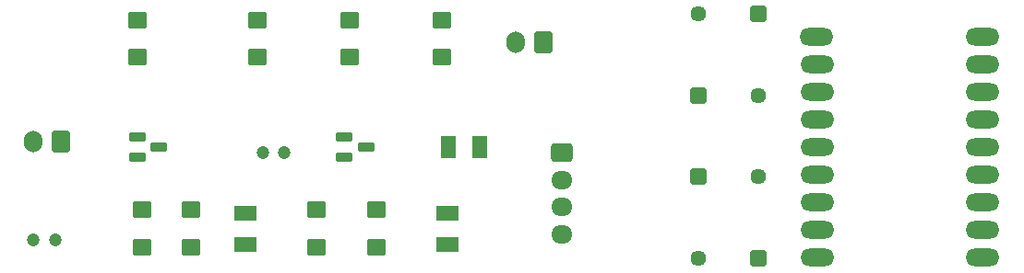
<source format=gts>
G04 #@! TF.GenerationSoftware,KiCad,Pcbnew,8.0.9*
G04 #@! TF.CreationDate,2025-05-02T01:54:32-05:00*
G04 #@! TF.ProjectId,GSR sensor,47535220-7365-46e7-936f-722e6b696361,rev?*
G04 #@! TF.SameCoordinates,Original*
G04 #@! TF.FileFunction,Soldermask,Top*
G04 #@! TF.FilePolarity,Negative*
%FSLAX46Y46*%
G04 Gerber Fmt 4.6, Leading zero omitted, Abs format (unit mm)*
G04 Created by KiCad (PCBNEW 8.0.9) date 2025-05-02 01:54:32*
%MOMM*%
%LPD*%
G01*
G04 APERTURE LIST*
G04 Aperture macros list*
%AMRoundRect*
0 Rectangle with rounded corners*
0 $1 Rounding radius*
0 $2 $3 $4 $5 $6 $7 $8 $9 X,Y pos of 4 corners*
0 Add a 4 corners polygon primitive as box body*
4,1,4,$2,$3,$4,$5,$6,$7,$8,$9,$2,$3,0*
0 Add four circle primitives for the rounded corners*
1,1,$1+$1,$2,$3*
1,1,$1+$1,$4,$5*
1,1,$1+$1,$6,$7*
1,1,$1+$1,$8,$9*
0 Add four rect primitives between the rounded corners*
20,1,$1+$1,$2,$3,$4,$5,0*
20,1,$1+$1,$4,$5,$6,$7,0*
20,1,$1+$1,$6,$7,$8,$9,0*
20,1,$1+$1,$8,$9,$2,$3,0*%
G04 Aperture macros list end*
%ADD10C,1.442000*%
%ADD11RoundRect,0.102000X0.619000X-0.619000X0.619000X0.619000X-0.619000X0.619000X-0.619000X-0.619000X0*%
%ADD12RoundRect,0.102000X-0.619000X0.619000X-0.619000X-0.619000X0.619000X-0.619000X0.619000X0.619000X0*%
%ADD13RoundRect,0.102000X-0.750000X0.625000X-0.750000X-0.625000X0.750000X-0.625000X0.750000X0.625000X0*%
%ADD14RoundRect,0.102000X-0.910000X0.605000X-0.910000X-0.605000X0.910000X-0.605000X0.910000X0.605000X0*%
%ADD15O,3.101600X1.621600*%
%ADD16C,1.200000*%
%ADD17RoundRect,0.250000X0.600000X0.750000X-0.600000X0.750000X-0.600000X-0.750000X0.600000X-0.750000X0*%
%ADD18O,1.700000X2.000000*%
%ADD19RoundRect,0.100500X-0.661500X-0.301500X0.661500X-0.301500X0.661500X0.301500X-0.661500X0.301500X0*%
%ADD20RoundRect,0.250000X-0.725000X0.600000X-0.725000X-0.600000X0.725000X-0.600000X0.725000X0.600000X0*%
%ADD21O,1.950000X1.700000*%
%ADD22RoundRect,0.102000X-0.605000X-0.910000X0.605000X-0.910000X0.605000X0.910000X-0.605000X0.910000X0*%
G04 APERTURE END LIST*
D10*
X154000000Y-59731500D03*
D11*
X154000000Y-67268500D03*
D10*
X148500000Y-67268500D03*
D12*
X148500000Y-59731500D03*
D10*
X154000000Y-52268500D03*
D12*
X154000000Y-44731500D03*
D10*
X148500000Y-44731500D03*
D11*
X148500000Y-52268500D03*
D13*
X118938000Y-62775000D03*
X118938000Y-66225000D03*
D14*
X125438000Y-63050000D03*
X125438000Y-65950000D03*
D13*
X116500000Y-45275000D03*
X116500000Y-48725000D03*
X97438000Y-62775000D03*
X97438000Y-66225000D03*
X97000000Y-45275000D03*
X97000000Y-48725000D03*
D14*
X106938000Y-63050000D03*
X106938000Y-65950000D03*
D15*
X159381400Y-46839900D03*
X159398400Y-49379900D03*
X159398400Y-51919900D03*
X159398400Y-54459900D03*
X159398400Y-56999900D03*
X159398400Y-59539900D03*
X159398400Y-62079900D03*
X159398400Y-64619900D03*
X159398400Y-67159900D03*
X174584500Y-67159900D03*
X174584500Y-64619900D03*
X174584500Y-62079900D03*
X174584500Y-59539900D03*
X174584500Y-56999900D03*
X174584500Y-54459900D03*
X174584500Y-51919900D03*
X174584500Y-49379900D03*
X174618600Y-46839900D03*
D13*
X125000000Y-45275000D03*
X125000000Y-48725000D03*
D16*
X108500000Y-57500000D03*
X110500000Y-57500000D03*
D13*
X101938000Y-62775000D03*
X101938000Y-66225000D03*
D17*
X90000000Y-56500000D03*
D18*
X87500000Y-56500000D03*
D13*
X113438000Y-62775000D03*
X113438000Y-66225000D03*
D19*
X116000000Y-56050000D03*
X116000000Y-57950000D03*
X118000000Y-57000000D03*
X97000000Y-56050000D03*
X97000000Y-57950000D03*
X99000000Y-57000000D03*
D20*
X136000000Y-57500000D03*
D21*
X136000000Y-60000000D03*
X136000000Y-62500000D03*
X136000000Y-65000000D03*
D13*
X108000000Y-45275000D03*
X108000000Y-48725000D03*
D17*
X134250000Y-47300000D03*
D18*
X131750000Y-47300000D03*
D22*
X125550000Y-57000000D03*
X128450000Y-57000000D03*
D16*
X87500000Y-65500000D03*
X89500000Y-65500000D03*
M02*

</source>
